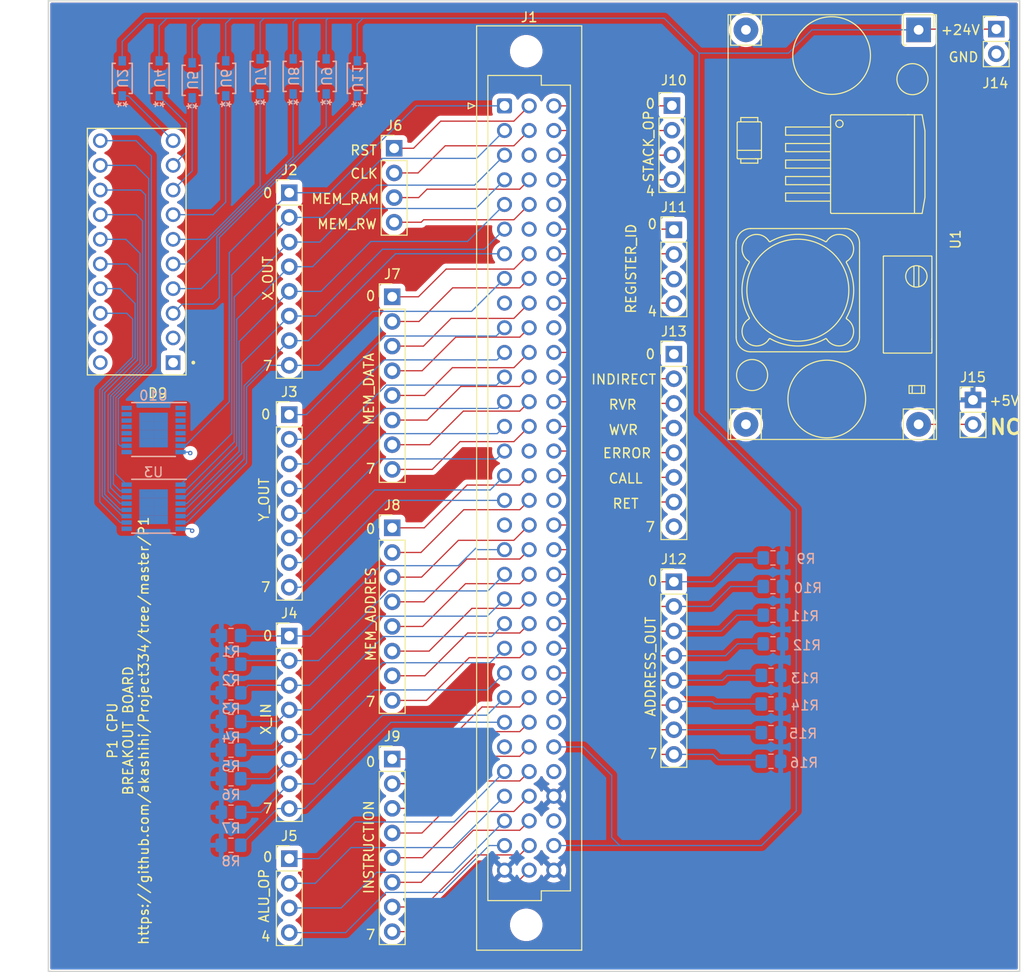
<source format=kicad_pcb>
(kicad_pcb (version 20221018) (generator pcbnew)
  (layers (0 "F.Cu" signal) (1 "In1.Cu" signal) (2 "In2.Cu" signal) (31 "B.Cu" signal) (34 "B.Paste" user) (35 "F.Paste" user) (36 "B.SilkS" user "B.Silkscreen") (37 "F.SilkS" user "F.Silkscreen") (38 "B.Mask" user) (39 "F.Mask" user) (44 "Edge.Cuts" user))
  (net 0 "")
  (net 3 "Net-(U11-C)")
  (net 4 "Net-(U9-C)")
  (net 5 "Net-(U8-C)")
  (net 6 "Net-(U7-C)")
  (net 7 "Net-(U6-C)")
  (net 8 "Net-(U5-C)")
  (net 9 "Net-(U4-C)")
  (net 10 "Net-(U2-C)")
  (net 11 "Net-(U10-O7)")
  (net 12 "Net-(U3-O1)")
  (net 13 "Net-(U3-O2)")
  (net 14 "Net-(U3-O3)")
  (net 15 "Net-(U3-O4)")
  (net 16 "Net-(U3-O5)")
  (net 17 "Net-(U3-O6)")
  (net 18 "Net-(U3-O7)")
  (net 21 "Net-(J2-Pin_1)")
  (net 22 "Net-(J2-Pin_2)")
  (net 23 "Net-(J2-Pin_3)")
  (net 24 "Net-(J2-Pin_4)")
  (net 25 "Net-(J2-Pin_5)")
  (net 26 "Net-(J2-Pin_6)")
  (net 27 "Net-(J2-Pin_7)")
  (net 28 "Net-(J2-Pin_8)")
  (net 29 "Net-(J3-Pin_1)")
  (net 30 "Net-(J3-Pin_2)")
  (net 31 "Net-(J3-Pin_3)")
  (net 32 "Net-(J3-Pin_4)")
  (net 33 "Net-(J3-Pin_5)")
  (net 34 "Net-(J3-Pin_6)")
  (net 35 "Net-(J3-Pin_7)")
  (net 36 "Net-(J3-Pin_8)")
  (net 37 "Net-(J4-Pin_1)")
  (net 38 "Net-(J4-Pin_2)")
  (net 39 "Net-(J4-Pin_3)")
  (net 40 "Net-(J4-Pin_4)")
  (net 41 "Net-(J4-Pin_5)")
  (net 42 "Net-(J4-Pin_6)")
  (net 43 "Net-(J4-Pin_7)")
  (net 44 "Net-(J4-Pin_8)")
  (net 45 "Net-(J5-Pin_1)")
  (net 46 "Net-(J5-Pin_2)")
  (net 47 "Net-(J5-Pin_3)")
  (net 48 "Net-(J5-Pin_4)")
  (net 49 "Net-(J6-Pin_1)")
  (net 50 "Net-(J6-Pin_2)")
  (net 51 "Net-(J6-Pin_3)")
  (net 52 "Net-(J6-Pin_4)")
  (net 53 "Net-(J7-Pin_1)")
  (net 54 "Net-(J7-Pin_2)")
  (net 55 "Net-(J7-Pin_3)")
  (net 56 "Net-(J7-Pin_4)")
  (net 57 "Net-(J7-Pin_5)")
  (net 58 "Net-(J7-Pin_6)")
  (net 59 "Net-(J7-Pin_7)")
  (net 60 "Net-(J7-Pin_8)")
  (net 61 "Net-(J8-Pin_1)")
  (net 62 "Net-(J8-Pin_2)")
  (net 63 "Net-(J8-Pin_3)")
  (net 64 "Net-(J8-Pin_4)")
  (net 65 "Net-(J8-Pin_5)")
  (net 66 "Net-(J8-Pin_6)")
  (net 67 "Net-(J8-Pin_7)")
  (net 68 "Net-(J8-Pin_8)")
  (net 69 "Net-(J9-Pin_1)")
  (net 70 "Net-(J9-Pin_2)")
  (net 71 "Net-(J9-Pin_3)")
  (net 72 "Net-(J9-Pin_4)")
  (net 73 "Net-(J9-Pin_5)")
  (net 74 "Net-(J9-Pin_6)")
  (net 75 "Net-(J9-Pin_7)")
  (net 76 "Net-(J9-Pin_8)")
  (net 77 "Net-(J10-Pin_1)")
  (net 78 "Net-(J10-Pin_2)")
  (net 79 "Net-(J10-Pin_3)")
  (net 80 "Net-(J10-Pin_4)")
  (net 81 "Net-(J11-Pin_1)")
  (net 82 "Net-(J11-Pin_2)")
  (net 83 "Net-(J11-Pin_3)")
  (net 84 "Net-(J11-Pin_4)")
  (net 85 "Net-(J12-Pin_1)")
  (net 86 "Net-(J12-Pin_2)")
  (net 87 "Net-(J12-Pin_3)")
  (net 88 "Net-(J12-Pin_4)")
  (net 89 "Net-(J12-Pin_5)")
  (net 90 "Net-(J12-Pin_6)")
  (net 91 "Net-(J12-Pin_7)")
  (net 92 "Net-(J12-Pin_8)")
  (net 94 "/INDIRECT_OP")
  (net 95 "/RVR")
  (net 96 "/WVR")
  (net 97 "/ERROR")
  (net 98 "/CALL")
  (net 99 "/RET")
  (net 101 "+24V")
  (net 102 "GND")
  (net 103 "+5V")
  (net 104 "Net-(J15-Pin_2)")
  (footprint "Connector_PinHeader_2.54mm:PinHeader_1x04_P2.54mm_Vertical" (layer "F.Cu") (at 115.8 57.2)
    (fp_text reference "J11")
    (fp_text value "REGISTER_ID")
  )
  (footprint "Connector_PinHeader_2.54mm:PinHeader_1x04_P2.54mm_Vertical" (layer "F.Cu") (at 76.2 121.98)
    (fp_text reference "J5")
    (fp_text value "ALU_OP")
  )
  (footprint "Connector_PinHeader_2.54mm:PinHeader_1x08_P2.54mm_Vertical" (layer "F.Cu") (at 76.2 76.24)
    (fp_text reference "J3")
    (fp_text value "Y_OUT")
  )
  (footprint "Connector_PinHeader_2.54mm:PinHeader_1x08_P2.54mm_Vertical" (layer "F.Cu") (at 115.8 93.46)
    (fp_text reference "J12")
    (fp_text value "ADDRESS_OUT")
  )
  (footprint "Connector_PinHeader_2.54mm:PinHeader_1x08_P2.54mm_Vertical" (layer "F.Cu") (at 86.8 64.1)
    (fp_text reference "J7")
    (fp_text value "MEM_DATA")
  )
  (footprint "Connector_PinHeader_2.54mm:PinHeader_1x04_P2.54mm_Vertical" (layer "F.Cu") (at 87 48.8)
    (fp_text reference "J6")
    (fp_text value "CTRL" hide)
  )
  (footprint "Connector_PinHeader_2.54mm:PinHeader_1x08_P2.54mm_Vertical" (layer "F.Cu") (at 76.2 53.38)
    (fp_text reference "J2")
    (fp_text value "X_OUT")
  )
  (footprint "Connector_PinHeader_2.54mm:PinHeader_1x02_P2.54mm_Vertical" (layer "F.Cu") (at 146.6 74.725)
    (fp_text reference "J15")
    (fp_text value "Conn_01x02" hide)
  )
  (footprint "Connector_PinHeader_2.54mm:PinHeader_1x02_P2.54mm_Vertical" (layer "F.Cu") (at 149 36.525)
    (fp_text reference "J14")
    (fp_text value "Conn_01x02" hide)
  )
  (footprint "libs:YAAJ_DCDC_StepDown_LM2596" (layer "F.Cu") (at 141 36.6 -90)
    (fp_text reference "U1")
    (fp_text value "YAAJ_DCDC_StepDown_LM2596")
  )
  (footprint "Connector_PinHeader_2.54mm:PinHeader_1x08_P2.54mm_Vertical" (layer "F.Cu") (at 86.8 111.72)
    (fp_text reference "J9")
    (fp_text value "INSTRUCTION")
  )
  (footprint "Connector_PinHeader_2.54mm:PinHeader_1x08_P2.54mm_Vertical" (layer "F.Cu") (at 86.8 87.9)
    (fp_text reference "J8")
    (fp_text value "MEM_ADDRES")
  )
  (footprint "Connector_PinHeader_2.54mm:PinHeader_1x08_P2.54mm_Vertical" (layer "F.Cu") (at 115.8 70)
    (fp_text reference "J13")
    (fp_text value "OP")
  )
  (footprint "libs:DIP750W50P254L2540H825Q20" (layer "F.Cu") (at 60.49 59.45 180)
    (fp_text reference "D9")
    (fp_text value "DC10EWA")
  )
  (footprint "libs:DIN41612_C_3x32_Female_Vertical_THT" (layer "F.Cu") (at 98.36 44.43)
    (fp_text reference "J1")
    (fp_text value "09732966801")
  )
  (footprint "Connector_PinHeader_2.54mm:PinHeader_1x04_P2.54mm_Vertical" (layer "F.Cu") (at 115.6 44.4)
    (fp_text reference "J10")
    (fp_text value "STACK_OP")
  )
  (footprint "Connector_PinHeader_2.54mm:PinHeader_1x08_P2.54mm_Vertical" (layer "F.Cu") (at 76.2 99.04)
    (fp_text reference "J4")
    (fp_text value "X_IN")
  )
  (footprint "Resistor_SMD:R_0805_2012Metric_Pad1.20x1.40mm_HandSolder" (layer "B.Cu") (at 70.2 99)
    (fp_text reference "R1")
    (fp_text value "10k")
  )
  (footprint "Resistor_SMD:R_0805_2012Metric_Pad1.20x1.40mm_HandSolder" (layer "B.Cu") (at 125.8 109 180)
    (fp_text reference "R15")
    (fp_text value "10k")
  )
  (footprint "Package_SO:TSSOP-16-1EP_4.4x5mm_P0.65mm" (layer "B.Cu") (at 62.225 77.825 180)
    (fp_text reference "U10")
    (fp_text value "ULN2003")
  )
  (footprint "Resistor_SMD:R_0805_2012Metric_Pad1.20x1.40mm_HandSolder" (layer "B.Cu") (at 70.2 110.8)
    (fp_text reference "R5")
    (fp_text value "10k")
  )
  (footprint "Resistor_SMD:R_0805_2012Metric_Pad1.20x1.40mm_HandSolder" (layer "B.Cu") (at 70.2 107.85)
    (fp_text reference "R4")
    (fp_text value "10k")
  )
  (footprint "Resistor_SMD:R_0805_2012Metric_Pad1.20x1.40mm_HandSolder" (layer "B.Cu") (at 125.8 106.05 180)
    (fp_text reference "R14")
    (fp_text value "10k")
  )
  (footprint "Resistor_SMD:R_0805_2012Metric_Pad1.20x1.40mm_HandSolder" (layer "B.Cu") (at 70.2 120.6)
    (fp_text reference "R8")
    (fp_text value "10k")
  )
  (footprint "Resistor_SMD:R_0805_2012Metric_Pad1.20x1.40mm_HandSolder" (layer "B.Cu") (at 126 91 180)
    (fp_text reference "R9")
    (fp_text value "10k")
  )
  (footprint "Resistor_SMD:R_0805_2012Metric_Pad1.20x1.40mm_HandSolder" (layer "B.Cu") (at 70.2 117.2)
    (fp_text reference "R7")
    (fp_text value "10k")
  )
  (footprint "libs:SOD123-2_ONS" (layer "B.Cu") (at 73.2 41.3966 90)
    (fp_text reference "U7")
    (fp_text value "NSI50010YT1G")
  )
  (footprint "Resistor_SMD:R_0805_2012Metric_Pad1.20x1.40mm_HandSolder" (layer "B.Cu") (at 125.8 111.95 180)
    (fp_text reference "R16")
    (fp_text value "10k")
  )
  (footprint "Resistor_SMD:R_0805_2012Metric_Pad1.20x1.40mm_HandSolder" (layer "B.Cu") (at 126 99.85 180)
    (fp_text reference "R12")
    (fp_text value "10k")
  )
  (footprint "libs:SOD123-2_ONS" (layer "B.Cu") (at 66.2 41.8 90)
    (fp_text reference "U5")
    (fp_text value "NSI50010YT1G")
  )
  (footprint "libs:SOD123-2_ONS" (layer "B.Cu") (at 59 41.6 90)
    (fp_text reference "U2")
    (fp_text value "NSI50010YT1G")
  )
  (footprint "libs:SOD123-2_ONS" (layer "B.Cu") (at 80 41.3966 90)
    (fp_text reference "U9")
    (fp_text value "NSI50010YT1G")
  )
  (footprint "Package_SO:TSSOP-16-1EP_4.4x5mm_P0.65mm" (layer "B.Cu") (at 62.225 85.725 180)
    (fp_text reference "U3")
    (fp_text value "ULN2003")
  )
  (footprint "libs:SOD123-2_ONS" (layer "B.Cu") (at 62.8 41.6 90)
    (fp_text reference "U4")
    (fp_text value "NSI50010YT1G")
  )
  (footprint "libs:SOD123-2_ONS" (layer "B.Cu") (at 76.6 41.3966 90)
    (fp_text reference "U8")
    (fp_text value "NSI50010YT1G")
  )
  (footprint "Resistor_SMD:R_0805_2012Metric_Pad1.20x1.40mm_HandSolder" (layer "B.Cu") (at 126 93.95 180)
    (fp_text reference "R10")
    (fp_text value "10k")
  )
  (footprint "Resistor_SMD:R_0805_2012Metric_Pad1.20x1.40mm_HandSolder" (layer "B.Cu") (at 125.8 103.1 180)
    (fp_text reference "R13")
    (fp_text value "10k")
  )
  (footprint "Resistor_SMD:R_0805_2012Metric_Pad1.20x1.40mm_HandSolder" (layer "B.Cu") (at 70.2 113.75)
    (fp_text reference "R6")
    (fp_text value "10k")
  )
  (footprint "Resistor_SMD:R_0805_2012Metric_Pad1.20x1.40mm_HandSolder" (layer "B.Cu") (at 70.2 104.9)
    (fp_text reference "R3")
    (fp_text value "10k")
  )
  (footprint "libs:SOD123-2_ONS" (layer "B.Cu") (at 83.2 41.5966 90)
    (fp_text reference "U11")
    (fp_text value "NSI50010YT1G")
  )
  (footprint "Resistor_SMD:R_0805_2012Metric_Pad1.20x1.40mm_HandSolder" (layer "B.Cu") (at 70.2 101.95)
    (fp_text reference "R2")
    (fp_text value "10k")
  )
  (footprint "libs:SOD123-2_ONS" (layer "B.Cu") (at 69.6552 41.5966 90)
    (fp_text reference "U6")
    (fp_text value "NSI50010YT1G")
  )
  (footprint "Resistor_SMD:R_0805_2012Metric_Pad1.20x1.40mm_HandSolder" (layer "B.Cu") (at 126 96.9 180)
    (fp_text reference "R11")
    (fp_text value "10k")
  )
  (gr_rect (start 51.4 33.6) (end 151.4 133.6) (stroke (width 0.15)) (fill none) (layer "Edge.Cuts"))
  (gr_text "RVR" (at 109 75.8) (layer "F.SilkS") (effects (font (size 1 1)) (justify left bottom)))
  (gr_text "7" (at 73.2 94.6) (layer "F.SilkS") (effects (font (size 1 1)) (justify left bottom)))
  (gr_text "MEM_RAM" (at 78.4 54.6) (layer "F.SilkS") (effects (font (size 1 1)) (justify left bottom)))
  (gr_text "7" (at 113.03 111.76) (layer "F.SilkS") (effects (font (size 1 1)) (justify left bottom)))
  (gr_text "0" (at 73.2 76.8) (layer "F.SilkS") (effects (font (size 1 1)) (justify left bottom)))
  (gr_text "4" (at 113 66.2) (layer "F.SilkS") (effects (font (size 1 1)) (justify left bottom)))
  (gr_text "0" (at 84 112.6) (layer "F.SilkS") (effects (font (size 1 1)) (justify left bottom)))
  (gr_text "7" (at 84 82.4) (layer "F.SilkS") (effects (font (size 1 1)) (justify left bottom)))
  (gr_text "+5V" (at 148.2 75.4) (layer "F.SilkS") (effects (font (size 1 1)) (justify left bottom)))
  (gr_text "0" (at 112.8 44.8) (layer "F.SilkS") (effects (font (size 1 1)) (justify left bottom)))
  (gr_text "4" (at 112.8 53.8) (layer "F.SilkS") (effects (font (size 1 1)) (justify left bottom)))
  (gr_text "7" (at 112.8 88.4) (layer "F.SilkS") (effects (font (size 1 1)) (justify left bottom)))
  (gr_text "0" (at 84 88.6) (layer "F.SilkS") (effects (font (size 1 1)) (justify left bottom)))
  (gr_text "RST" (at 82.4 49.6) (layer "F.SilkS") (effects (font (size 1 1)) (justify left bottom)))
  (gr_text "+24V" (at 143.2 37.2) (layer "F.SilkS") (effects (font (size 1 1)) (justify left bottom)))
  (gr_text "0" (at 112.8 70.6) (layer "F.SilkS") (effects (font (size 1 1)) (justify left bottom)))
  (gr_text "0" (at 73.4 122.4) (layer "F.SilkS") (effects (font (size 1 1)) (justify left bottom)))
  (gr_text "0" (at 84 64.6) (layer "F.SilkS") (effects (font (size 1 1)) (justify left bottom)))
  (gr_text "7" (at 73.4 117.4) (layer "F.SilkS") (effects (font (size 1 1)) (justify left bottom)))
  (gr_text "7" (at 84 106.4) (layer "F.SilkS") (effects (font (size 1 1)) (justify left bottom)))
  (gr_text "P1 CPU\nBREAKOUT BOARD\nhttps://github.com/akashihi/Project334/tree/master/P1" (at 61.8 108.8 90) (layer "F.SilkS") (effects (font (size 1 1)) (justify bottom)))
  (gr_text "0" (at 113 57.2) (layer "F.SilkS") (effects (font (size 1 1)) (justify left bottom)))
  (gr_text "4" (at 73.2 130.6) (layer "F.SilkS") (effects (font (size 1 1)) (justify left bottom)))
  (gr_text "7" (at 73.4 71.8) (layer "F.SilkS") (effects (font (size 1 1)) (justify left bottom)))
  (gr_text "MEM_RW" (at 79 57.2) (layer "F.SilkS") (effects (font (size 1 1)) (justify left bottom)))
  (gr_text "ERROR\n" (at 108.4 80.8) (layer "F.SilkS") (effects (font (size 1 1)) (justify left bottom)))
  (gr_text "7" (at 84 130.4) (layer "F.SilkS") (effects (font (size 1 1)) (justify left bottom)))
  (gr_text "0" (at 73.4 54) (layer "F.SilkS") (effects (font (size 1 1)) (justify left bottom)))
  (gr_text "CALL\n" (at 109 83.4) (layer "F.SilkS") (effects (font (size 1 1)) (justify left bottom)))
  (gr_text "0" (at 113.03 93.96) (layer "F.SilkS") (effects (font (size 1 1)) (justify left bottom)))
  (gr_text "NC" (at 148.2 78.4) (layer "F.SilkS") (effects (font (size 1.5 1.5) (thickness 0.3) bold) (justify left bottom)))
  (gr_text "GND" (at 144 40) (layer "F.SilkS") (effects (font (size 1 1)) (justify left bottom)))
  (gr_text "0" (at 73.4 99.6) (layer "F.SilkS") (effects (font (size 1 1)) (justify left bottom)))
  (gr_text "RET" (at 109.4 86) (layer "F.SilkS") (effects (font (size 1 1)) (justify left bottom)))
  (gr_text "WVR" (at 109 78.4) (layer "F.SilkS") (effects (font (size 1 1)) (justify left bottom)))
  (gr_text "INDIRECT" (at 107.2 73.2) (layer "F.SilkS") (effects (font (size 1 1)) (justify left bottom)))
  (gr_text "CLK" (at 82.4 52) (layer "F.SilkS") (effects (font (size 1 1)) (justify left bottom)))
  (segment (start 69 58) (end 83.2 43.8) (width 0.127) (layer "B.Cu") (net 3))
  (segment (start 83.2 43.8) (end 83.2 43.4) (width 0.127) (layer "B.Cu") (net 3))
  (segment (start 65.1845 64.8555) (end 68.3445 64.8555) (width 0.127) (layer "B.Cu") (net 3))
  (segment (start 68.3445 64.8555) (end 69 64.2) (width 0.127) (layer "B.Cu") (net 3))
  (segment (start 64.24 65.8) (end 65.1845 64.8555) (width 0.127) (layer "B.Cu") (net 3))
  (segment (start 69 64.2) (end 69 58) (width 0.127) (layer "B.Cu") (net 3))
  (segment (start 64.24 63.26) (end 67.14 63.26) (width 0.127) (layer "B.Cu") (net 4))
  (segment (start 68.746 57.854) (end 80 46.6) (width 0.127) (layer "B.Cu") (net 4))
  (segment (start 80 46.6) (end 80 43.2) (width 0.127) (layer "B.Cu") (net 4))
  (segment (start 67.14 63.26) (end 68.746 61.654) (width 0.127) (layer "B.Cu") (net 4))
  (segment (start 68.746 61.654) (end 68.746 57.854) (width 0.127) (layer "B.Cu") (net 4))
  (segment (start 64.24 60.72) (end 65.52079 60.72) (width 0.127) (layer "B.Cu") (net 5))
  (segment (start 76.6 49.64079) (end 76.6 43.2) (width 0.127) (layer "B.Cu") (net 5))
  (segment (start 65.52079 60.72) (end 76.6 49.64079) (width 0.127) (layer "B.Cu") (net 5))
  (segment (start 73.2 52.68158) (end 73.2 43.2) (width 0.127) (layer "B.Cu") (net 6))
  (segment (start 67.70158 58.18) (end 73.2 52.68158) (width 0.127) (layer "B.Cu") (net 6))
  (segment (start 64.24 58.18) (end 67.70158 58.18) (width 0.127) (layer "B.Cu") (net 6))
  (segment (start 68.36 55.64) (end 69.6552 54.3448) (width 0.127) (layer "B.Cu") (net 7))
  (segment (start 69.6552 54.3448) (end 69.6552 43.4) (width 0.127) (layer "B.Cu") (net 7))
  (segment (start 64.24 55.64) (end 68.36 55.64) (width 0.127) (layer "B.Cu") (net 7))
  (segment (start 64.24 53.1) (end 66.2 51.14) (width 0.127) (layer "B.Cu") (net 8))
  (segment (start 66.2 51.14) (end 66.2 43.6034) (width 0.127) (layer "B.Cu") (net 8))
  (segment (start 64.6 45.2) (end 64.5966 45.2) (width 0.127) (layer "B.Cu") (net 9))
  (segment (start 64.5966 45.2) (end 62.8 43.4034) (width 0.127) (layer "B.Cu") (net 9))
  (segment (start 65.6 49.2) (end 65.6 46.2) (width 0.127) (layer "B.Cu") (net 9))
  (segment (start 65.6 46.2) (end 64.6 45.2) (width 0.127) (layer "B.Cu") (net 9))
  (segment (start 64.24 50.56) (end 65.6 49.2) (width 0.127) (layer "B.Cu") (net 9))
  (segment (start 59.6234 43.4034) (end 59 43.4034) (width 0.127) (layer "B.Cu") (net 10))
  (segment (start 64.24 48.02) (end 59.6234 43.4034) (width 0.127) (layer "B.Cu") (net 10))
  (segment (start 60.42 48.02) (end 56.74 48.02) (width 0.127) (layer "B.Cu") (net 11))
  (segment (start 58.6 79.252) (end 58.6 74.6) (width 0.127) (layer "B.Cu") (net 11))
  (segment (start 59.45 79.45) (end 58.798 79.45) (width 0.127) (layer "B.Cu") (net 11))
  (segment (start 62 71.2) (end 62 49.6) (width 0.127) (layer "B.Cu") (net 11))
  (segment (start 58.798 79.45) (end 58.6 79.252) (width 0.127) (layer "B.Cu") (net 11))
  (segment (start 58.6 74.6) (end 62 71.2) (width 0.127) (layer "B.Cu") (net 11))
  (segment (start 62 49.6) (end 60.42 48.02) (width 0.127) (layer "B.Cu") (net 11))
  (segment (start 60.36 50.56) (end 56.74 50.56) (width 0.127) (layer "B.Cu") (net 12))
  (segment (start 61.720395 71.120395) (end 61.720395 51.920395) (width 0.127) (layer "B.Cu") (net 12))
  (segment (start 59.45 83.45) (end 58.346 82.346) (width 0.127) (layer "B.Cu") (net 12))
  (segment (start 58.346 82.346) (end 58.346 74.49479) (width 0.127) (layer "B.Cu") (net 12))
  (segment (start 58.346 74.49479) (end 61.720395 71.120395) (width 0.127) (layer "B.Cu") (net 12))
  (segment (start 61.720395 51.920395) (end 60.36 50.56) (width 0.127) (layer "B.Cu") (net 12))
  (segment (start 60.9 53.1) (end 56.74 53.1) (width 0.127) (layer "B.Cu") (net 13))
  (segment (start 58.092 83.394) (end 58.092 74.38958) (width 0.127) (layer "B.Cu") (net 13))
  (segment (start 61.4 71.08158) (end 61.4 53.6) (width 0.127) (layer "B.Cu") (net 13))
  (segment (start 58.092 74.38958) (end 61.4 71.08158) (width 0.127) (layer "B.Cu") (net 13))
  (segment (start 61.4 53.6) (end 60.9 53.1) (width 0.127) (layer "B.Cu") (net 13))
  (segment (start 59.45 84.1) (end 58.798 84.1) (width 0.127) (layer "B.Cu") (net 13))
  (segment (start 58.798 84.1) (end 58.092 83.394) (width 0.127) (layer "B.Cu") (net 13))
  (segment (start 57.8 74.32237) (end 61.08679 71.03558) (width 0.127) (layer "B.Cu") (net 14))
  (segment (start 57.8 83.752) (end 57.8 74.32237) (width 0.127) (layer "B.Cu") (net 14))
  (segment (start 59.45 84.75) (end 58.798 84.75) (width 0.127) (layer "B.Cu") (net 14))
  (segment (start 61.08679 71.03558) (end 61.08679 56.28679) (width 0.127) (layer "B.Cu") (net 14))
  (segment (start 61.08679 56.28679) (end 60.44 55.64) (width 0.127) (layer "B.Cu") (net 14))
  (segment (start 58.798 84.75) (end 57.8 83.752) (width 0.127) (layer "B.Cu") (net 14))
  (segment (start 60.44 55.64) (end 56.74 55.64) (width 0.127) (layer "B.Cu") (net 14))
  (segment (start 60.83279 59.63279) (end 59.38 58.18) (width 0.127) (layer "B.Cu") (net 15))
  (segment (start 59.38 58.18) (end 56.74 58.18) (width 0.127) (layer "B.Cu") (net 15))
  (segment (start 57.546 84.148) (end 57.546 74.21716) (width 0.127) (layer "B.Cu") (net 15))
  (segment (start 57.546 74.21716) (end 60.83279 70.93037) (width 0.127) (layer "B.Cu") (net 15))
  (segment (start 58.798 85.4) (end 57.546 84.148) (width 0.127) (layer "B.Cu") (net 15))
  (segment (start 60.83279 70.93037) (end 60.83279 59.63279) (width 0.127) (layer "B.Cu") (net 15))
  (segment (start 59.45 85.4) (end 58.798 85.4) (width 0.127) (layer "B.Cu") (net 15))
  (segment (start 58.798 86.05) (end 57.2 84.452) (width 0.127) (layer "B.Cu") (net 16))
  (segment (start 57.2 84.452) (end 57.2 73.97879) (width 0.127) (layer "B.Cu") (net 16))
  (segment (start 59.45 86.05) (end 58.798 86.05) (width 0.127) (layer "B.Cu") (net 16))
  (segment (start 60.57879 70.6) (end 60.57879 61.8) (width 0.127) (layer "B.Cu") (net 16))
  (segment (start 57.2 73.97879) (end 60.57879 70.6) (width 0.127) (layer "B.Cu") (net 16))
  (segment (start 59.49879 60.72) (end 56.74 60.72) (width 0.127) (layer "B.Cu") (net 16))
  (segment (start 60.57879 61.8) (end 59.49879 60.72) (width 0.127) (layer "B.Cu") (net 16))
  (segment (start 56.946 73.77879) (end 60.32479 70.4) (width 0.127) (layer "B.Cu") (net 17))
  (segment (start 60.32479 64.8) (end 58.78479 63.26) (width 0.127) (layer "B.Cu") (net 17))
  (segment (start 59.0345 86.7) (end 56.946 84.6115) (width 0.127) (layer "B.Cu") (net 17))
  (segment (start 58.78479 63.26) (end 56.74 63.26) (width 0.127) (layer "B.Cu") (net 17))
  (segment (start 60.32479 70.4) (end 60.32479 64.8) (width 0.127) (layer "B.Cu") (net 17))
  (segment (start 59.45 86.7) (end 59.0345 86.7) (width 0.127) (layer "B.Cu") (net 17))
  (segment (start 56.946 84.6115) (end 56.946 73.77879) (width 0.127) (layer "B.Cu") (net 17))
  (segment (start 56.692 73.67358) (end 60.07079 70.29479) (width 0.127) (layer "B.Cu") (net 18))
  (segment (start 60.07079 70.29479) (end 60.07079 66.4) (width 0.127) (layer "B.Cu") (net 18))
  (segment (start 59.45 87.35) (end 58.798 87.35) (width 0.127) (layer "B.Cu") (net 18))
  (segment (start 60.07079 66.4) (end 59.47079 65.8) (width 0.127) (layer "B.Cu") (net 18))
  (segment (start 58.798 87.35) (end 56.692 85.244) (width 0.127) (layer "B.Cu") (net 18))
  (segment (start 59.47079 65.8) (end 56.74 65.8) (width 0.127) (layer "B.Cu") (net 18))
  (segment (start 56.692 85.244) (end 56.692 73.67358) (width 0.127) (layer "B.Cu") (net 18))
  (segment (start 80.319 53.4) (end 79.8 53.4) (width 0.127) (layer "B.Cu") (net 21))
  (segment (start 65.481 79.45) (end 70.022 74.909) (width 0.127) (layer "B.Cu") (net 21))
  (segment (start 98.36 44.43) (end 89.289 44.43) (width 0.127) (layer "B.Cu") (net 21))
  (segment (start 70.022 74.909) (end 70.022 59.558) (width 0.127) (layer "B.Cu") (net 21))
  (segment (start 79.8 53.4) (end 79.78 53.38) (width 0.127) (layer "B.Cu") (net 21))
  (segment (start 79.78 53.38) (end 76.2 53.38) (width 0.127) (layer "B.Cu") (net 21))
  (segment (start 70.022 59.558) (end 76.2 53.38) (width 0.127) (layer "B.Cu") (net 21))
  (segment (start 89.289 44.43) (end 80.319 53.4) (width 0.127) (layer "B.Cu") (net 21))
  (segment (start 65 79.45) (end 65.481 79.45) (width 0.127) (layer "B.Cu") (net 21))
  (segment (start 70.276 61.844) (end 76.2 55.92) (width 0.127) (layer "B.Cu") (net 22))
  (segment (start 95.4895 49.8405) (end 85.7595 49.8405) (width 0.127) (layer "B.Cu") (net 22))
  (segment (start 70.276 78.174) (end 70.276 61.844) (width 0.127) (layer "B.Cu") (net 22))
  (segment (start 79.68 55.92) (end 76.2 55.92) (width 0.127) (layer "B.Cu") (net 22))
  (segment (start 98.36 46.97) (end 95.4895 49.8405) (width 0.127) (layer "B.Cu") (net 22))
  (segment (start 65 83.45) (end 70.276 78.174) (width 0.127) (layer "B.Cu") (net 22))
  (segment (start 85.7595 49.8405) (end 79.68 55.92) (width 0.127) (layer "B.Cu") (net 22))
  (segment (start 70.53 79.051) (end 70.53 64.13) (width 0.127) (layer "B.Cu") (net 23))
  (segment (start 95.27 52.6) (end 85.2 52.6) (width 0.127) (layer "B.Cu") (net 23))
  (segment (start 85.2 52.6) (end 79.34 58.46) (width 0.127) (layer "B.Cu") (net 23))
  (segment (start 98.36 49.51) (end 95.27 52.6) (width 0.127) (layer "B.Cu") (net 23))
  (segment (start 79.34 58.46) (end 76.2 58.46) (width 0.127) (layer "B.Cu") (net 23))
  (segment (start 70.53 64.13) (end 76.2 58.46) (width 0.127) (layer "B.Cu") (net 23))
  (segment (start 65 84.1) (end 65.481 84.1) (width 0.127) (layer "B.Cu") (net 23))
  (segment (start 65.481 84.1) (end 70.53 79.051) (width 0.127) (layer "B.Cu") (net 23))
  (segment (start 70.784 66.416) (end 76.2 61) (width 0.127) (layer "B.Cu") (net 24))
  (segment (start 84.6 55) (end 78.6 61) (width 0.127) (layer "B.Cu") (net 24))
  (segment (start 98.36 52.05) (end 95.41 55) (width 0.127) (layer "B.Cu") (net 24))
  (segment (start 65 84.75) (end 65.481 84.75) (width 0.127) (layer "B.Cu") (net 24))
  (segment (start 95.41 55) (end 84.6 55) (width 0.127) (layer "B.Cu") (net 24))
  (segment (start 78.6 61) (end 76.2 61) (width 0.127) (layer "B.Cu") (net 24))
  (segment (start 70.784 79.447) (end 70.784 66.416) (width 0.127) (layer "B.Cu") (net 24))
  (segment (start 65.481 84.75) (end 70.784 79.447) (width 0.127) (layer "B.Cu") (net 24))
  (segment (start 65.652 85.4) (end 71.038 80.014) (width 0.127) (layer "B.Cu") (net 25))
  (segment (start 98.36 54.59) (end 94.55 58.4) (width 0.127) (layer "B.Cu") (net 25))
  (segment (start 65 85.4) (end 65.652 85.4) (width 0.127) (layer "B.Cu") (net 25))
  (segment (start 71.038 68.702) (end 76.2 63.54) (width 0.127) (layer "B.Cu") (net 25))
  (segment (start 71.038 80.014) (end 71.038 68.702) (width 0.127) (layer "B.Cu") (net 25))
  (segment (start 84.6 58.4) (end 79.46 63.54) (width 0.127) (layer "B.Cu") (net 25))
  (segment (start 94.55 58.4) (end 84.6 58.4) (width 0.127) (layer "B.Cu") (net 25))
  (segment (start 79.46 63.54) (end 76.2 63.54) (width 0.127) (layer "B.Cu") (net 25))
  (segment (start 65.481 86.05) (end 71.292 80.239) (width 0.127) (layer "B.Cu") (net 26))
  (segment (start 85.8 59.2) (end 78.92 66.08) (width 0.127) (layer "B.Cu") (net 26))
  (segment (start 78.92 66.08) (end 76.2 66.08) (width 0.127) (layer "B.Cu") (net 26))
  (segment (start 65 86.05) (end 65.481 86.05) (width 0.127) (layer "B.Cu") (net 26))
  (segment (start 71.292 70.988) (end 76.2 66.08) (width 0.127) (layer "B.Cu") (net 26))
  (segment (start 98.36 57.13) (end 96.29 59.2) (width 0.127) (layer "B.Cu") (net 26))
  (segment (start 96.29 59.2) (end 85.8 59.2) (width 0.127) (layer "B.Cu") (net 26))
  (segment (start 71.292 80.239) (end 71.292 70.988) (width 0.127) (layer "B.Cu") (net 26))
  (segment (start 65.652 86.7) (end 71.546 80.806) (width 0.127) (layer "B.Cu") (net 27))
  (segment (start 87.13 59.67) (end 78.18 68.62) (width 0.127) (layer "B.Cu") (net 27))
  (segment (start 71.546 73.274) (end 76.2 68.62) (width 0.127) (layer "B.Cu") (net 27))
  (segment (start 98.36 59.67) (end 87.13 59.67) (width 0.127) (layer "B.Cu") (net 27))
  (segment (start 71.546 80.806) (end 71.546 73.274) (width 0.127) (layer "B.Cu") (net 27))
  (segment (start 65 86.7) (end 65.652 86.7) (width 0.127) (layer "B.Cu") (net 27))
  (segment (start 78.18 68.62) (end 76.2 68.62) (width 0.127) (layer "B.Cu") (net 27))
  (segment (start 98.36 62.21) (end 94.9705 65.5995) (width 0.127) (layer "B.Cu") (net 28))
  (segment (start 65 87.35) (end 65.652 87.35) (width 0.127) (layer "B.Cu") (net 28))
  (segment (start 87.2 65.6) (end 84.8 65.6) (width 0.127) (layer "B.Cu") (net 28))
  (segment (start 94.9705 65.5995) (end 87.2005 65.5995) (width 0.127) (layer "B.Cu") (net 28))
  (segment (start 71.8 73.4) (end 74.04 71.16) (width 0.127) (layer "B.Cu") (net 28))
  (segment (start 79.24 71.16) (end 76.2 71.16) (width 0.127) (layer "B.Cu") (net 28))
  (segment (start 65.652 87.35) (end 71.8 81.202) (width 0.127) (layer "B.Cu") (net 28))
  (segment (start 87.2005 65.5995) (end 87.2 65.6) (width 0.127) (layer "B.Cu") (net 28))
  (segment (start 74.04 71.16) (end 76.2 71.16) (width 0.127) (layer "B.Cu") (net 28))
  (segment (start 71.8 81.202) (end 71.8 73.4) (width 0.127) (layer "B.Cu") (net 28))
  (segment (start 84.8 65.6) (end 79.24 71.16) (width 0.127) (layer "B.Cu") (net 28))
  (segment (start 76.2 76.24) (end 77.96 76.24) (width 0.127) (layer "B.Cu") (net 29))
  (segment (start 86.0605 68.1395) (end 97.5105 68.1395) (width 0.127) (layer "B.Cu") (net 29))
  (segment (start 77.96 76.24) (end 86.0605 68.1395) (width 0.127) (layer "B.Cu") (net 29))
  (segment (start 97.5105 68.1395) (end 98.36 67.29) (width 0.127) (layer "B.Cu") (net 29))
  (segment (start 76.2 78.78) (end 77.82 78.78) (width 0.127) (layer "B.Cu") (net 30))
  (segment (start 86 70.6) (end 97.59 70.6) (width 0.127) (layer "B.Cu") (net 30))
  (segment (start 77.82 78.78) (end 86 70.6) (width 0.127) (layer "B.Cu") (net 30))
  (segment (start 97.59 70.6) (end 98.36 69.83) (width 0.127) (layer "B.Cu") (net 30))
  (segment (start 78.08 81.32) (end 86.2 73.2) (width 0.127) (layer "B.Cu") (net 31))
  (segment (start 76.2 81.32) (end 78.08 81.32) (width 0.127) (layer "B.Cu") (net 31))
  (segment (start 97.53 73.2) (end 98.36 72.37) (width 0.127) (layer "B.Cu") (net 31))
  (segment (start 86.2 73.2) (end 97.53 73.2) (width 0.127) (layer "B.Cu") (net 31))
  (segment (start 86 75.6) (end 97.67 75.6) (width 0.127) (layer "B.Cu") (net 32))
  (segment (start 97.67 75.6) (end 98.36 74.91) (width 0.127) (layer "B.Cu") (net 32))
  (segment (start 76.2 83.86) (end 77.74 83.86) (width 0.127) (layer "B.Cu") (net 32))
  (segment (start 77.74 83.86) (end 86 75.6) (width 0.127) (layer "B.Cu") (net 32))
  (segment (start 86 78.2) (end 97.61 78.2) (width 0.127) (layer "B.Cu") (net 33))
  (segment (start 76.2 86.4) (end 77.8 86.4) (width 0.127) (layer "B.Cu") (net 33))
  (segment (start 77.8 86.4) (end 86 78.2) (width 0.127) (layer "B.Cu") (net 33))
  (segment (start 97.61 78.2) (end 98.36 77.45) (width 0.127) (layer "B.Cu") (net 33))
  (segment (start 77.46 88.94) (end 85.6 80.8) (width 0.127) (layer "B.Cu") (net 34))
  (segment (start 76.2 88.94) (end 77.46 88.94) (width 0.127) (layer "B.Cu") (net 34))
  (segment (start 85.6 80.8) (end 97.55 80.8) (width 0.127) (layer "B.Cu") (net 34))
  (segment (start 97.55 80.8) (end 98.36 79.99) (width 0.127) (layer "B.Cu") (net 34))
  (segment (start 85 84) (end 96.89 84) (width 0.127) (layer "B.Cu") (net 35))
  (segment (start 96.89 84) (end 98.36 82.53) (width 0.127) (layer "B.Cu") (net 35))
  (segment (start 77.52 91.48) (end 85 84) (width 0.127) (layer "B.Cu") (net 35))
  (segment (start 76.2 91.48) (end 77.52 91.48) (width 0.127) (layer "B.Cu") (net 35))
  (segment (start 77.38 94.02) (end 86.33 85.07) (width 0.127) (layer "B.Cu") (net 36))
  (segment (start 76.2 94.02) (end 77.38 94.02) (width 0.127) (layer "B.Cu") (net 36))
  (segment (start 86.33 85.07) (end 98.36 85.07) (width 0.127) (layer "B.Cu") (net 36))
  (segment (start 71.24 99.04) (end 71.2 99) (width 0.127) (layer "B.Cu") (net 37))
  (segment (start 93.6 91.8) (end 95.4 90) (width 0.127) (layer "B.Cu") (net 37))
  (segment (start 95.55 90.15) (end 98.36 90.15) (width 0.127) (layer "B.Cu") (net 37))
  (segment (start 76.2 99.04) (end 78.36 99.04) (width 0.127) (layer "B.Cu") (net 37))
  (segment (start 85.6 91.8) (end 93.6 91.8) (width 0.127) (layer "B.Cu") (net 37))
  (segment (start 95.4 90) (end 95.55 90.15) (width 0.127) (layer "B.Cu") (net 37))
  (segment (start 76.2 99.04) (end 71.24 99.04) (width 0.127) (layer "B.Cu") (net 37))
  (segment (start 78.36 99.04) (end 85.6 91.8) (width 0.127) (layer "B.Cu") (net 37))
  (segment (start 79.22 101.58) (end 86.4 94.4) (width 0.127) (layer "B.Cu") (net 38))
  (segment (start 71.57 101.58) (end 76.2 101.58) (width 0.127) (layer "B.Cu") (net 38))
  (segment (start 71.2 101.95) (end 71.57 101.58) (width 0.127) (layer "B.Cu") (net 38))
  (segment (start 76.2 101.58) (end 79.22 101.58) (width 0.127) (layer "B.Cu") (net 38))
  (segment (start 96.65 94.4) (end 98.36 92.69) (width 0.127) (layer "B.Cu") (net 38))
  (segment (start 86.4 94.4) (end 96.65 94.4) (width 0.127) (layer "B.Cu") (net 38))
  (segment (start 96.59 97) (end 98.36 95.23) (width 0.127) (layer "B.Cu") (net 39))
  (segment (start 76.2 104.12) (end 78.28 104.12) (width 0.127) (layer "B.Cu") (net 39))
  (segment (start 78.28 104.12) (end 85.4 97) (width 0.127) (layer "B.Cu") (net 39))
  (segment (start 85.4 97) (end 96.59 97) (width 0.127) (layer "B.Cu") (net 39))
  (segment (start 71.2 104.9) (end 71.98 104.12) (width 0.127) (layer "B.Cu") (net 39))
  (segment (start 71.98 104.12) (end 76.2 104.12) (width 0.127) (layer "B.Cu") (net 39))
  (segment (start 97.0295 99.1005) (end 98.36 97.77) (width 0.127) (layer "B.Cu") (net 40))
  (segment (start 75.01 107.85) (end 76.2 106.66) (width 0.127) (layer "B.Cu") (net 40))
  (segment (start 71.2 107.85) (end 75.01 107.85) (width 0.127) (layer "B.Cu") (net 40))
  (segment (start 78.34 106.66) (end 85.8995 99.1005) (width 0.127) (layer "B.Cu") (net 40))
  (segment (start 85.8995 99.1005) (end 97.0295 99.1005) (width 0.127) (layer "B.Cu") (net 40))
  (segment (start 76.2 106.66) (end 78.34 106.66) (width 0.127) (layer "B.Cu") (net 40))
  (segment (start 76.2 109.2) (end 78.4 109.2) (width 0.127) (layer "B.Cu") (net 41))
  (segment (start 71.2 110.8) (end 74.6 110.8) (width 0.127) (layer "B.Cu") (net 41))
  (segment (start 78.4 109.2) (end 85.8 101.8) (width 0.127) (layer "B.Cu") (net 41))
  (segment (start 85.8 101.8) (end 96.87 101.8) (width 0.127) (layer "B.Cu") (net 41))
  (segment (start 74.6 110.8) (end 76.2 109.2) (width 0.127) (layer "B.Cu") (net 41))
  (segment (start 96.87 101.8) (end 98.36 100.31) (width 0.127) (layer "B.Cu") (net 41))
  (segment (start 74.19 113.75) (end 76.2 111.74) (width 0.127) (layer "B.Cu") (net 42))
  (segment (start 77.86 111.74) (end 85 104.6) (width 0.127) (layer "B.Cu") (net 42))
  (segment (start 76.2 111.74) (end 77.86 111.74) (width 0.127) (layer "B.Cu") (net 42))
  (segment (start 71.2 113.75) (end 74.19 113.75) (width 0.127) (layer "B.Cu") (net 42))
  (segment (start 85 104.6) (end 96.61 104.6) (width 0.127) (layer "B.Cu") (net 42))
  (segment (start 96.61 104.6) (end 98.36 102.85) (width 0.127) (layer "B.Cu") (net 42))
  (segment (start 78.72 114.28) (end 85.8 107.2) (width 0.127) (layer "B.Cu") (net 43))
  (segment (start 85.8 107.2) (end 96.55 107.2) (width 0.127) (layer "B.Cu") (net 43))
  (segment (start 76.2 114.28) (end 78.72 114.28) (width 0.127) (layer "B.Cu") (net 43))
  (segment (start 71.2 117.2) (end 73.28 117.2) (width 0.127) (layer "B.Cu") (net 43))
  (segment (start 96.55 107.2) (end 98.36 105.39) (width 0.127) (layer "B.Cu") (net 43))
  (segment (start 73.28 117.2) (end 76.2 114.28) (width 0.127) (layer "B.Cu") (net 43))
  (segment (start 74.98 116.82) (end 76.2 116.82) (width 0.127) (layer "B.Cu") (net 44))
  (segment (start 86.67 107.93) (end 98.36 107.93) (width 0.127) (layer "B.Cu") (net 44))
  (segment (start 76.2 116.82) (end 77.78 116.82) (width 0.127) (layer "B.Cu") (net 44))
  (segment (start 71.2 120.6) (end 74.98 116.82) (width 0.127) (layer "B.Cu") (net 44))
  (segment (start 77.78 116.82) (end 86.67 107.93) (width 0.127) (layer "B.Cu") (net 44))
  (segment (start 93.17 118.2) (end 83 118.2) (width 0.127) (layer "B.Cu") (net 45))
  (segment (start 79.22 121.98) (end 76.2 121.98) (width 0.127) (layer "B.Cu") (net 45))
  (segment (start 83 118.2) (end 79.22 121.98) (width 0.127) (layer "B.Cu") (net 45))
  (segment (start 98.36 113.01) (end 93.17 118.2) (width 0.127) (layer "B.Cu") (net 45))
  (segment (start 76.2 124.52) (end 78.88 124.52) (width 0.127) (layer "B.Cu") (net 46))
  (segment (start 82.5605 120.8395) (end 93.0705 120.8395) (width 0.127) (layer "B.Cu") (net 46))
  (segment (start 78.88 124.52) (end 82.5605 120.8395) (width 0.127) (layer "B.Cu") (net 46))
  (segment (start 93.0705 120.8395) (end 98.36 115.55) (width 0.127) (layer "B.Cu") (net 46))
  (segment (start 81.54 127.06) (end 85.2205 123.3795) (width 0.127) (layer "B.Cu") (net 47))
  (segment (start 85.2205 123.3795) (end 93.0705 123.3795) (width 0.127) (layer "B.Cu") (net 47))
  (segment (start 76.2 127.06) (end 81.54 127.06) (width 0.127) (layer "B.Cu") (net 47))
  (segment (start 93.0705 123.3795) (end 98.36 118.09) (width 0.127) (layer "B.Cu") (net 47))
  (segment (start 76.2 129.6) (end 82 129.6) (width 0.127) (layer "B.Cu") (net 48))
  (segment (start 91.9395 125.4605) (end 96.77 120.63) (width 0.127) (layer "B.Cu") (net 48))
  (segment (start 82 129.6) (end 86.1395 125.4605) (width 0.127) (layer "B.Cu") (net 48))
  (segment (start 86.1395 125.4605) (end 91.9395 125.4605) (width 0.127) (layer "B.Cu") (net 48))
  (segment (start 96.77 120.63) (end 98.36 120.63) (width 0.127) (layer "B.Cu") (net 48))
  (segment (start 91.7955 46.0045) (end 89 48.8) (width 0.127) (layer "F.Cu") (net 49))
  (segment (start 89 48.8) (end 87 48.8) (width 0.127) (layer "F.Cu") (net 49))
  (segment (start 99.3255 46.0045) (end 91.7955 46.0045) (width 0.127) (layer "F.Cu") (net 49))
  (segment (start 100.9 44.43) (end 99.3255 46.0045) (width 0.127) (layer "F.Cu") (net 49))
  (segment (start 100.9 46.97) (end 99.3255 48.5445) (width 0.127) (layer "F.Cu") (net 50))
  (segment (start 99.3255 48.5445) (end 92.2555 48.5445) (width 0.127) (layer "F.Cu") (net 50))
  (segment (start 89.46 51.34) (end 87 51.34) (width 0.127) (layer "F.Cu") (net 50))
  (segment (start 92.2555 48.5445) (end 89.46 51.34) (width 0.127) (layer "F.Cu") (net 50))
  (segment (start 100.9 52.05) (end 99.9345 53.0155) (width 0.127) (layer "F.Cu") (net 51))
  (segment (start 99.9345 53.0155) (end 90.3845 53.0155) (width 0.127) (layer "F.Cu") (net 51))
  (segment (start 89.52 53.88) (end 87 53.88) (width 0.127) (layer "F.Cu") (net 51))
  (segment (start 90.3845 53.0155) (end 89.52 53.88) (width 0.127) (layer "F.Cu") (net 51))
  (segment (start 89.78 56.42) (end 87 56.42) (width 0.127) (layer "F.Cu") (net 52))
  (segment (start 99.3255 56.1645) (end 90.0355 56.1645) (width 0.127) (layer "F.Cu") (net 52))
  (segment (start 100.9 54.59) (end 99.3255 56.1645) (width 0.127) (layer "F.Cu") (net 52))
  (segment (start 90.0355 56.1645) (end 89.78 56.42) (width 0.127) (layer "F.Cu") (net 52))
  (segment (start 99.3255 61.2445) (end 92.3555 61.2445) (width 0.127) (layer "F.Cu") (net 53))
  (segment (start 89.5 64.1) (end 86.8 64.1) (width 0.127) (layer "F.Cu") (net 53))
  (segment (start 100.9 59.67) (end 99.3255 61.2445) (width 0.127) (layer "F.Cu") (net 53))
  (segment (start 92.3555 61.2445) (end 89.5 64.1) (width 0.127) (layer "F.Cu") (net 53))
  (segment (start 89.56 66.64) (end 86.8 66.64) (width 0.127) (layer "F.Cu") (net 54))
  (segment (start 99.9345 63.1755) (end 93.0245 63.1755) (width 0.127) (layer "F.Cu") (net 54))
  (segment (start 93.0245 63.1755) (end 89.56 66.64) (width 0.127) (layer "F.Cu") (net 54))
  (segment (start 100.9 62.21) (end 99.9345 63.1755) (width 0.127) (layer "F.Cu") (net 54))
  (segment (start 92.8755 66.3245) (end 90.02 69.18) (width 0.127) (layer "F.Cu") (net 55))
  (segment (start 99.3255 66.3245) (end 92.8755 66.3245) (width 0.127) (layer "F.Cu") (net 55))
  (segment (start 90.02 69.18) (end 86.8 69.18) (width 0.127) (layer "F.Cu") (net 55))
  (segment (start 100.9 64.75) (end 99.3255 66.3245) (width 0.127) (layer "F.Cu") (net 55))
  (segment (start 93.3445 68.2555) (end 89.88 71.72) (width 0.127) (layer "F.Cu") (net 56))
  (segment (start 99.9345 68.2555) (end 93.3445 68.2555) (width 0.127) (layer "F.Cu") (net 56))
  (segment (start 100.9 67.29) (end 99.9345 68.2555) (width 0.127) (layer "F.Cu") (net 56))
  (segment (start 89.88 71.72) (end 86.8 71.72) (width 0.127) (layer "F.Cu") (net 56))
  (segment (start 99.3255 71.4045) (end 92.9955 71.4045) (width 0.127) (layer "F.Cu") (net 57))
  (segment (start 92.9955 71.4045) (end 90.14 74.26) (width 0.127) (layer "F.Cu") (net 57))
  (segment (start 100.9 69.83) (end 99.3255 71.4045) (width 0.127) (layer "F.Cu") (net 57))
  (segment (start 90.14 74.26) (end 86.8 74.26) (width 0.127) (layer "F.Cu") (net 57))
  (segment (start 100.9 72.37) (end 99.9345 73.3355) (width 0.127) (layer "F.Cu") (net 58))
  (segment (start 99.9345 73.3355) (end 93.8645 73.3355) (width 0.127) (layer "F.Cu") (net 58))
  (segment (start 93.8645 73.3355) (end 90.4 76.8) (width 0.127) (layer "F.Cu") (net 58))
  (segment (start 90.4 76.8) (end 86.8 76.8) (width 0.127) (layer "F.Cu") (net 58))
  (segment (start 100.9 74.91) (end 99.9345 75.8755) (width 0.127) (layer "F.Cu") (net 59))
  (segment (start 90.66 79.34) (end 86.8 79.34) (width 0.127) (layer "F.Cu") (net 59))
  (segment (start 94.1245 75.8755) (end 90.66 79.34) (width 0.127) (layer "F.Cu") (net 59))
  (segment (start 99.9345 75.8755) (end 94.1245 75.8755) (width 0.127) (layer "F.Cu") (net 59))
  (segment (start 90.92 81.88) (end 86.8 81.88) (width 0.127) (layer "F.Cu") (net 60))
  (segment (start 93.7755 79.0245) (end 90.92 81.88) (width 0.127) (layer "F.Cu") (net 60))
  (segment (start 99.3255 79.0245) (end 93.7755 79.0245) (width 0.127) (layer "F.Cu") (net 60))
  (segment (start 100.9 77.45) (end 99.3255 79.0245) (width 0.127) (layer "F.Cu") (net 60))
  (segment (start 100.9 82.53) (end 99.9345 83.4955) (width 0.127) (layer "F.Cu") (net 61))
  (segment (start 94.5045 83.4955) (end 90.1 87.9) (width 0.127) (layer "F.Cu") (net 61))
  (segment (start 99.9345 83.4955) (end 94.5045 83.4955) (width 0.127) (layer "F.Cu") (net 61))
  (segment (start 90.1 87.9) (end 86.8 87.9) (width 0.127) (layer "F.Cu") (net 61))
  (segment (start 100.9 85.07) (end 99.9345 86.0355) (width 0.127) (layer "F.Cu") (net 62))
  (segment (start 89.76 90.44) (end 86.8 90.44) (width 0.127) (layer "F.Cu") (net 62))
  (segment (start 99.9345 86.0355) (end 94.1645 86.0355) (width 0.127) (layer "F.Cu") (net 62))
  (segment (start 94.1645 86.0355) (end 89.76 90.44) (width 0.127) (layer "F.Cu") (net 62))
  (segment (start 89.82 92.98) (end 86.8 92.98) (width 0.127) (layer "F.Cu") (net 63))
  (segment (start 99.3255 89.1845) (end 93.6155 89.1845) (width 0.127) (layer "F.Cu") (net 63))
  (segment (start 93.6155 89.1845) (end 89.82 92.98) (width 0.127) (layer "F.Cu") (net 63))
  (segment (start 100.9 87.61) (end 99.3255 89.1845) (width 0.127) (layer "F.Cu") (net 63))
  (segment (start 90.08 95.52) (end 86.8 95.52) (width 0.127) (layer "F.Cu") (net 64))
  (segment (start 99.9345 91.1155) (end 94.4845 91.1155) (width 0.127) (layer "F.Cu") (net 64))
  (segment (start 100.9 90.15) (end 99.9345 91.1155) (width 0.127) (layer "F.Cu") (net 64))
  (segment (start 94.4845 91.1155) (end 90.08 95.52) (width 0.127) (layer "F.Cu") (net 64))
  (segment (start 99.9345 93.6555) (end 94.3445 93.6555) (width 0.127) (layer "F.Cu") (net 65))
  (segment (start 89.94 98.06) (end 86.8 98.06) (width 0.127) (layer "F.Cu") (net 65))
  (segment (start 94.3445 93.6555) (end 89.94 98.06) (width 0.127) (layer "F.Cu") (net 65))
  (segment (start 100.9 92.69) (end 99.9345 93.6555) (width 0.127) (layer "F.Cu") (net 65))
  (segment (start 99.9345 96.1955) (end 95.0045 96.1955) (width 0.127) (layer "F.Cu") (net 66))
  (segment (start 100.9 95.23) (end 99.9345 96.1955) (width 0.127) (layer "F.Cu") (net 66))
  (segment (start 95.0045 96.1955) (end 90.6 100.6) (width 0.127) (layer "F.Cu") (net 66))
  (segment (start 90.6 100.6) (end 86.8 100.6) (width 0.127) (layer "F.Cu") (net 66))
  (segment (start 99.9345 98.7355) (end 94.5645 98.7355) (width 0.127) (layer "F.Cu") (net 67))
  (segment (start 100.9 97.77) (end 99.9345 98.7355) (width 0.127) (layer "F.Cu") (net 67))
  (segment (start 94.5645 98.7355) (end 90.16 103.14) (width 0.127) (layer "F.Cu") (net 67))
  (segment (start 90.16 103.14) (end 86.8 103.14) (width 0.127) (layer "F.Cu") (net 67))
  (segment (start 94.7245 101.2755) (end 90.32 105.68) (width 0.127) (layer "F.Cu") (net 68))
  (segment (start 100.9 100.31) (end 99.9345 101.2755) (width 0.127) (layer "F.Cu") (net 68))
  (segment (start 99.9345 101.2755) (end 94.7245 101.2755) (width 0.127) (layer "F.Cu") (net 68))
  (segment (start 90.32 105.68) (end 86.8 105.68) (width 0.127) (layer "F.Cu") (net 68))
  (segment (start 99.9345 106.3555) (end 96.0445 106.3555) (width 0.127) (layer "F.Cu") (net 69))
  (segment (start 96.0445 106.3555) (end 90.68 111.72) (width 0.127) (layer "F.Cu") (net 69))
  (segment (start 90.68 111.72) (end 86.8 111.72) (width 0.127) (layer "F.Cu") (net 69))
  (segment (start 100.9 105.39) (end 99.9345 106.3555) (width 0.127) (layer "F.Cu") (net 69))
  (segment (start 95.9045 108.8955) (end 90.54 114.26) (width 0.127) (layer "F.Cu") (net 70))
  (segment (start 90.54 114.26) (end 86.8 114.26) (width 0.127) (layer "F.Cu") (net 70))
  (segment (start 100.9 107.93) (end 99.9345 108.8955) (width 0.127) (layer "F.Cu") (net 70))
  (segment (start 99.9345 108.8955) (end 95.9045 108.8955) (width 0.127) (layer "F.Cu") (net 70))
  (segment (start 95.3645 111.4355) (end 90 116.8) (width 0.127) (layer "F.Cu") (net 71))
  (segment (start 100.9 110.47) (end 99.9345 111.4355) (width 0.127) (layer "F.Cu") (net 71))
  (segment (start 90 116.8) (end 86.8 116.8) (width 0.127) (layer "F.Cu") (net 71))
  (segment (start 99.9345 111.4355) (end 95.3645 111.4355) (width 0.127) (layer "F.Cu") (net 71))
  (segment (start 100.9 113.01) (end 99.9345 113.9755) (width 0.127) (layer "F.Cu") (net 72))
  (segment (start 99.9345 113.9755) (end 95.2245 113.9755) (width 0.127) (layer "F.Cu") (net 72))
  (segment (start 89.86 119.34) (end 86.8 119.34) (width 0.127) (layer "F.Cu") (net 72))
  (segment (start 95.2245 113.9755) (end 89.86 119.34) (width 0.127) (layer "F.Cu") (net 72))
  (segment (start 94.6755 117.1245) (end 89.92 121.88) (width 0.127) (layer "F.Cu") (net 73))
  (segment (start 99.3255 117.1245) (end 94.6755 117.1245) (width 0.127) (layer "F.Cu") (net 73))
  (segment (start 100.9 115.55) (end 99.3255 117.1245) (width 0.127) (layer "F.Cu") (net 73))
  (segment (start 89.92 121.88) (end 86.8 121.88) (width 0.127) (layer "F.Cu") (net 73))
  (segment (start 95.1445 119.0555) (end 89.78 124.42) (width 0.127) (layer "F.Cu") (net 74))
  (segment (start 99.9345 119.0555) (end 95.1445 119.0555) (width 0.127) (layer "F.Cu") (net 74))
  (segment (start 100.9 118.09) (end 99.9345 119.0555) (width 0.127) (layer "F.Cu") (net 74))
  (segment (start 89.78 124.42) (end 86.8 124.42) (width 0.127) (layer "F.Cu") (net 74))
  (segment (start 90.04 126.96) (end 86.8 126.96) (width 0.127) (layer "F.Cu") (net 75))
  (segment (start 95.4045 121.5955) (end 90.04 126.96) (width 0.127) (layer "F.Cu") (net 75))
  (segment (start 100.9 120.63) (end 99.9345 121.5955) (width 0.127) (layer "F.Cu") (net 75))
  (segment (start 99.9345 121.5955) (end 95.4045 121.5955) (width 0.127) (layer "F.Cu") (net 75))
  (segment (start 100.9 123.17) (end 94.57 129.5) (width 0.127) (layer "F.Cu") (net 76))
  (segment (start 94.57 129.5) (end 86.8 129.5) (width 0.127) (layer "F.Cu") (net 76))
  (segment (start 115.57 44.43) (end 115.6 44.4) (width 0.127) (layer "F.Cu") (net 77))
  (segment (start 103.44 44.43) (end 115.57 44.43) (width 0.127) (layer "F.Cu") (net 77))
  (segment (start 115.57 46.97) (end 115.6 46.94) (width 0.127) (layer "F.Cu") (net 78))
  (segment (start 103.44 46.97) (end 115.57 46.97) (width 0.127) (layer "F.Cu") (net 78))
  (segment (start 115.57 49.51) (end 115.6 49.48) (width 0.127) (layer "F.Cu") (net 79))
  (segment (start 103.44 49.51) (end 115.57 49.51) (width 0.127) (layer "F.Cu") (net 79))
  (segment (start 103.44 52.05) (end 115.57 52.05) (width 0.127) (layer "F.Cu") (net 80))
  (segment (start 115.57 52.05) (end 115.6 52.02) (width 0.127) (layer "F.Cu") (net 80))
  (segment (start 115.73 57.13) (end 115.8 57.2) (width 0.127) (layer "F.Cu") (net 81))
  (segment (start 103.44 57.13) (end 115.73 57.13) (width 0.127) (layer "F.Cu") (net 81))
  (segment (start 103.44 59.67) (end 115.73 59.67) (width 0.127) (layer "F.Cu") (net 82))
  (segment (start 115.73 59.67) (end 115.8 59.74) (width 0.127) (layer "F.Cu") (net 82))
  (segment (start 115.73 62.21) (end 115.8 62.28) (width 0.127) (layer "F.Cu") (net 83))
  (segment (start 103.44 62.21) (end 115.73 62.21) (width 0.127) (layer "F.Cu") (net 83))
  (segment (start 115.73 64.75) (end 115.8 64.82) (width 0.127) (layer "F.Cu") (net 84))
  (segment (start 103.44 64.75) (end 115.73 64.75) (width 0.127) (layer "F.Cu") (net 84))
  (segment (start 106.01 87.61) (end 111.86 93.46) (width 0.127) (layer "F.Cu") (net 85))
  (segment (start 111.86 93.46) (end 115.8 93.46) (width 0.127) (layer "F.Cu") (net 85))
  (segment (start 103.44 87.61) (end 106.01 87.61) (width 0.127) (layer "F.Cu") (net 85))
  (segment (start 125 91) (end 122.2 91) (width 0.127) (layer "B.Cu") (net 85))
  (segment (start 122.2 91) (end 119.74 93.46) (width 0.127) (layer "B.Cu") (net 85))
  (segment (start 119.74 93.46) (end 115.8 93.46) (width 0.127) (layer "B.Cu") (net 85))
  (segment (start 106.75 90.15) (end 112.6 96) (width 0.127) (layer "F.Cu") (net 86))
  (segment (start 103.44 90.15) (end 106.75 90.15) (width 0.127) (layer "F.Cu") (net 86))
  (segment (start 112.6 96) (end 115.8 96) (width 0.127) (layer "F.Cu") (net 86))
  (segment (start 121.65 93.95) (end 119.6 96) (width 0.127) (layer "B.Cu") (net 86))
  (segment (start 125 93.95) (end 121.65 93.95) (width 0.127) (layer "B.Cu") (net 86))
  (segment (start 119.6 96) (end 115.8 96) (width 0.127) (layer "B.Cu") (net 86))
  (segment (start 106.69 92.69) (end 112.54 98.54) (width 0.127) (layer "F.Cu") (net 87))
  (segment (start 103.44 92.69) (end 106.69 92.69) (width 0.127) (layer "F.Cu") (net 87))
  (segment (start 112.54 98.54) (end 115.8 98.54) (width 0.127) (layer "F.Cu") (net 87))
  (segment (start 120.66 98.54) (end 115.8 98.54) (width 0.127) (layer "B.Cu") (net 87))
  (segment (start 125 96.9) (end 122.3 96.9) (width 0.127) (layer "B.Cu") (net 87))
  (segment (start 122.3 96.9) (end 120.66 98.54) (width 0.127) (layer "B.Cu") (net 87))
  (segment (start 112.48 101.08) (end 115.8 101.08) (width 0.127) (layer "F.Cu") (net 88))
  (segment (start 106.63 95.23) (end 112.48 101.08) (width 0.127) (layer "F.Cu") (net 88))
  (segment (start 103.44 95.23) (end 106.63 95.23) (width 0.127) (layer "F.Cu") (net 88))
  (segment (start 121.12 101.08) (end 115.8 101.08) (width 0.127) (layer "B.Cu") (net 88))
  (segment (start 125 99.85) (end 122.35 99.85) (width 0.127) (layer "B.Cu") (net 88))
  (segment (start 122.35 99.85) (end 121.12 101.08) (width 0.127) (layer "B.Cu") (net 88))
  (segment (start 112.22 103.62) (end 115.8 103.62) (width 0.127) (layer "F.Cu") (net 89))
  (segment (start 103.44 97.77) (end 106.37 97.77) (width 0.127) (layer "F.Cu") (net 89))
  (segment (start 106.37 97.77) (end 112.22 103.62) (width 0.127) (layer "F.Cu") (net 89))
  (segment (start 121.3 103.1) (end 120.8 103.6) (width 0.127) (layer "B.Cu") (net 89))
  (segment (start 120.8 103.6) (end 115.82 103.6) (width 0.127) (layer "B.Cu") (net 89))
  (segment (start 124.8 103.1) (end 121.3 103.1) (width 0.127) (layer "B.Cu") (net 89))
  (segment (start 115.82 103.6) (end 115.8 103.62) (width 0.127) (layer "B.Cu") (net 89))
  (segment (start 107.11 100.31) (end 112.96 106.16) (width 0.127) (layer "F.Cu") (net 90))
  (segment (start 103.44 100.31) (end 107.11 100.31) (width 0.127) (layer "F.Cu") (net 90))
  (segment (start 112.96 106.16) (end 115.8 106.16) (width 0.127) (layer "F.Cu") (net 90))
  (segment (start 116.16 105.8) (end 115.8 106.16) (width 0.127) (layer "B.Cu") (net 90))
  (segment (start 124.8 106.05) (end 120 106.05) (width 0.127) (layer "B.Cu") (net 90))
  (segment (start 120 106.05) (end 119.75 105.8) (width 0.127) (layer "B.Cu") (net 90))
  (segment (start 119.75 105.8) (end 116.16 105.8) (width 0.127) (layer "B.Cu") (net 90))
  (segment (start 103.44 102.85) (end 106.45 102.85) (width 0.127) (layer "F.Cu") (net 91))
  (segment (start 112.3 108.7) (end 115.8 108.7) (width 0.127) (layer "F.Cu") (net 91))
  (segment (start 106.45 102.85) (end 112.3 108.7) (width 0.127) (layer "F.Cu") (net 91))
  (segment (start 124.8 109) (end 124.5 108.7) (width 0.127) (layer "B.Cu") (net 91))
  (segment (start 124.5 108.7) (end 115.8 108.7) (width 0.127) (layer "B.Cu") (net 91))
  (segment (start 103.44 105.39) (end 106.79 105.39) (width 0.127) (layer "F.Cu") (net 92))
  (segment (start 112.64 111.24) (end 115.8 111.24) (width 0.127) (layer "F.Cu") (net 92))
  (segment (start 106.79 105.39) (end 112.64 111.24) (width 0.127) (layer "F.Cu") (net 92))
  (segment (start 120.4 111.8) (end 119.84 111.24) (width 0.127) (layer "B.Cu") (net 92))
  (segment (start 124.65 111.8) (end 120.4 111.8) (width 0.127) (layer "B.Cu") (net 92))
  (segment (start 124.8 111.95) (end 124.65 111.8) (width 0.127) (layer "B.Cu") (net 92))
  (segment (start 119.84 111.24) (end 115.8 111.24) (width 0.127) (layer "B.Cu") (net 92))
  (segment (start 109.83 69.83) (end 103.44 69.83) (width 0.127) (layer "F.Cu") (net 94))
  (segment (start 112.54 72.54) (end 109.83 69.83) (width 0.127) (layer "F.Cu") (net 94))
  (segment (start 115.8 72.54) (end 112.54 72.54) (width 0.127) (layer "F.Cu") (net 94))
  (segment (start 110.17 72.37) (end 103.44 72.37) (width 0.127) (layer "F.Cu") (net 95))
  (segment (start 112.88 75.08) (end 110.17 72.37) (width 0.127) (layer "F.Cu") (net 95))
  (segment (start 115.8 75.08) (end 112.88 75.08) (width 0.127) (layer "F.Cu") (net 95))
  (segment (start 113.02 77.62) (end 110.31 74.91) (width 0.127) (layer "F.Cu") (net 96))
  (segment (start 115.8 77.62) (end 113.02 77.62) (width 0.127) (layer "F.Cu") (net 96))
  (segment (start 110.31 74.91) (end 103.44 74.91) (width 0.127) (layer "F.Cu") (net 96))
  (segment (start 115.8 80.16) (end 112.36 80.16) (width 0.127) (layer "F.Cu") (net 97))
  (segment (start 109.65 77.45) (end 103.44 77.45) (width 0.127) (layer "F.Cu") (net 97))
  (segment (start 112.36 80.16) (end 109.65 77.45) (width 0.127) (layer "F.Cu") (net 97))
  (segment (start 108.59 79.99) (end 103.44 79.99) (width 0.127) (layer "F.Cu") (net 98))
  (segment (start 115.8 82.7) (end 111.3 82.7) (width 0.127) (layer "F.Cu") (net 98))
  (segment (start 111.3 82.7) (end 108.59 79.99) (width 0.127) (layer "F.Cu") (net 98))
  (segment (start 115.8 85.24) (end 111.04 85.24) (width 0.127) (layer "F.Cu") (net 99))
  (segment (start 108.33 82.53) (end 103.44 82.53) (width 0.127) (layer "F.Cu") (net 99))
  (segment (start 111.04 85.24) (end 108.33 82.53) (width 0.127) (layer "F.Cu") (net 99))
  (segment (start 141.075 36.525) (end 141 36.6) (width 0.127) (layer "F.Cu") (net 101))
  (segment (start 149 36.525) (end 141.075 36.525) (width 0.127) (layer "F.Cu") (net 101))
  (segment (start 128.4 86) (end 128.4 117.06) (width 0.127) (layer "B.Cu") (net 101))
  (segment (start 118.4 39) (end 114.8 35.4) (width 0.127) (layer "B.Cu") (net 101))
  (segment (start 80.2 35.4) (end 77 35.4) (width 0.127) (layer "B.Cu") (net 101))
  (segment (start 73.2 39.5932) (end 73.2 35.8) (width 0.127) (layer "B.Cu") (net 101))
  (segment (start 127.6 39) (end 118.4 39) (width 0.127) (layer "B.Cu") (net 101))
  (segment (start 66.2 39.9966) (end 66.2 36.2) (width 0.127) (layer "B.Cu") (net 101))
  (segment (start 70.2 35.4) (end 67 35.4) (width 0.127) (layer "B.Cu") (net 101))
  (segment (start 118.4 39) (end 118.4 76) (width 0.127) (layer "B.Cu") (net 101))
  (segment (start 62.8 39.7966) (end 62.8 36.2) (width 0.127) (layer "B.Cu") (net 101))
  (segment (start 83.2 39.7932) (end 83.2 36) (width 0.127) (layer "B.Cu") (net 101))
  (segment (start 124.83 120.63) (end 103.44 120.63) (width 0.127) (layer "B.Cu") (net 101))
  (segment (start 69.6552 39.7932) (end 69.6552 35.9448) (width 0.127) (layer "B.Cu") (net 101))
  (segment (start 128.4 117.06) (end 124.83 120.63) (width 0.127) (layer "B.Cu") (net 101))
  (segment (start 109.4 119.8) (end 110.2 120.6) (width 0.127) (layer "B.Cu") (net 101))
  (segment (start 63.6 35.4) (end 61.4 35.4) (width 0.127) (layer "B.Cu") (net 101))
  (segment (start 62.8 36.2) (end 63.6 35.4) (width 0.127) (layer "B.Cu") (net 101))
  (segment (start 80 35.6) (end 80.2 35.4) (width 0.127) (layer "B.Cu") (net 101))
  (segment (start 77 35.4) (end 73.6 35.4) (width 0.127) (layer "B.Cu") (net 101))
  (segment (start 83.2 36) (end 83.8 35.4) (width 0.127) (layer "B.Cu") (net 101))
  (segment (start 110.2 120.6) (end 110.2 120.63) (width 0.127) (layer "B.Cu") (net 101))
  (segment (start 67 35.4) (end 63.6 35.4) (width 0.127) (layer "B.Cu") (net 101))
  (segment (start 80 39.5932) (end 80 35.6) (width 0.127) (layer "B.Cu") (net 101))
  (segment (start 103.44 110.47) (end 106.47 110.47) (width 0.127) (layer "B.Cu") (net 101))
  (segment (start 130 36.6) (end 127.6 39) (width 0.127) (layer "B.Cu") (net 101))
  (segment (start 73.2 35.8) (end 73.6 35.4) (width 0.127) (layer "B.Cu") (net 101))
  (segment (start 141 36.6) (end 130 36.6) (width 0.127) (layer "B.Cu") (net 101))
  (segment (start 106.47 110.47) (end 109.4 113.4) (width 0.127) (layer "B.Cu") (net 101))
  (segment (start 114.8 35.4) (end 80.2 35.4) (width 0.127) (layer "B.Cu") (net 101))
  (segment (start 73.6 35.4) (end 70.2 35.4) (width 0.127) (layer "B.Cu") (net 101))
  (segment (start 69.6552 35.9448) (end 70.2 35.4) (width 0.127) (layer "B.Cu") (net 101))
  (segment (start 59 37.8) (end 59 39.7966) (width 0.127) (layer "B.Cu") (net 101))
  (segment (start 76.6 39.5932) (end 76.6 35.8) (width 0.127) (layer "B.Cu") (net 101))
  (segment (start 109.4 113.4) (end 109.4 119.8) (width 0.127) (layer "B.Cu") (net 101))
  (segment (start 76.6 35.8) (end 77 35.4) (width 0.127) (layer "B.Cu") (net 101))
  (segment (start 118.4 76) (end 128.4 86) (width 0.127) (layer "B.Cu") (net 101))
  (segment (start 66.2 36.2) (end 67 35.4) (width 0.127) (layer "B.Cu") (net 101))
  (segment (start 61.4 35.4) (end 59 37.8) (width 0.127) (layer "B.Cu") (net 101))
  (via (at 66.2 88.2) (size 0.46) (drill 0.2) (layers "F.Cu" "B.Cu") (net 102))
  (via (at 66 80.2) (size 0.46) (drill 0.2) (layers "F.Cu" "B.Cu") (net 102))
  (segment (start 65 88) (end 66 88) (width 0.127) (layer "B.Cu") (net 102))
  (segment (start 65.9 80.1) (end 66 80.2) (width 0.127) (layer "B.Cu") (net 102))
  (segment (start 66 88) (end 66.2 88.2) (width 0.127) (layer "B.Cu") (net 102))
  (segment (start 65 80.1) (end 65.9 80.1) (width 0.127) (layer "B.Cu") (net 102))
  (segment (start 146.575 77.24) (end 146.6 77.265) (width 0.127) (layer "F.Cu") (net 104))
  (segment (start 141 77.24) (end 146.575 77.24) (width 0.127) (layer "F.Cu") (net 104))
  (zone (net 103) (net_name "+5V") (layers "F&B.Cu") (connect_pads (clearance 0.5)) (min_thickness 0.25) (fill yes (thermal_gap 0.5) (thermal_bridge_width 0.5))
    (polygon (pts (xy 151.2 33.8) (xy 151.2 133.4) (xy 51.6 133.4) (xy 51.6 33.8)))
  )
)
</source>
